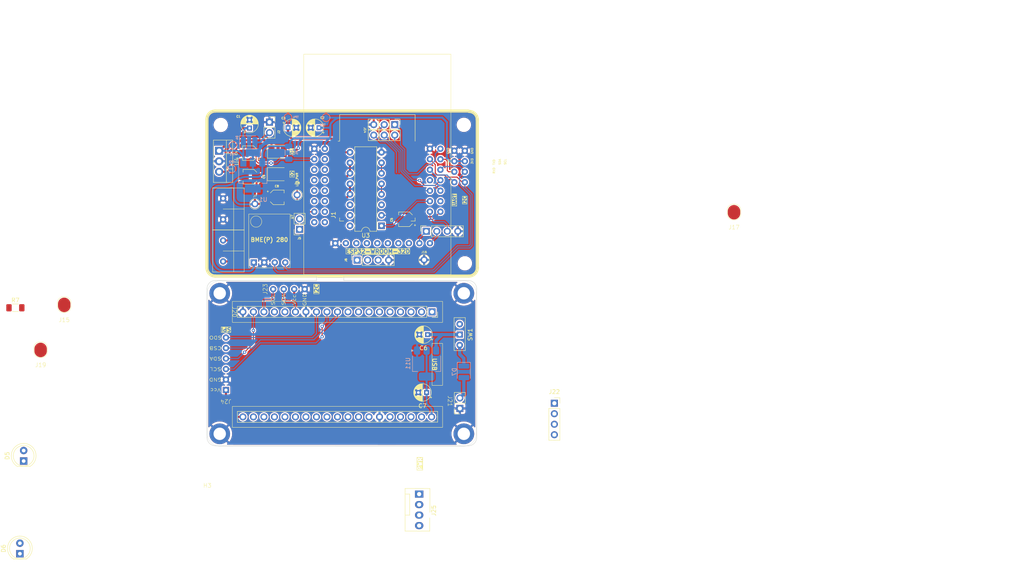
<source format=kicad_pcb>
(kicad_pcb (version 20240108) (generator "pcbnew") (generator_version "8.0")
  (layers (0 "F.Cu" signal) (31 "B.Cu" signal) (34 "B.Paste" user) (35 "F.Paste" user) (36 "B.SilkS" user "B.Silkscreen") (37 "F.SilkS" user "F.Silkscreen") (38 "B.Mask" user) (39 "F.Mask" user) (44 "Edge.Cuts" user))
  (net 0 "")
  (net 1 "GND")
  (net 2 "+3V3")
  (net 3 "+5V")
  (net 4 "/RXD")
  (net 5 "/TXD")
  (net 6 "/SDA")
  (net 7 "/GPIO_33")
  (net 8 "/SCL")
  (net 9 "/OUT3")
  (net 10 "/EN")
  (net 11 "/SOURCE2")
  (net 12 "/SOURCE1")
  (net 13 "/SOURCE3")
  (net 14 "/VDC")
  (net 15 "/DAC1")
  (net 16 "/DAC2")
  (net 17 "/GPIO39")
  (net 18 "/GPIO19")
  (net 19 "/GPIO17")
  (net 20 "/GPIO5")
  (net 21 "/GPIO18")
  (net 22 "/SD_DATA0")
  (net 23 "/ADC2_CH3")
  (net 24 "/SD_DATA3")
  (net 25 "/SD_CMD")
  (net 26 "/SD_CLK")
  (net 27 "/SD_DATA2")
  (net 28 "/SD_DATA1")
  (net 29 "/ADC2_CH0")
  (net 30 "/GPIO23")
  (net 31 "/GPIO36")
  (net 32 "/ADC2_CH2")
  (net 33 "/BOOT")
  (net 34 "/GPIO13")
  (net 35 "/SOURCE4")
  (net 36 "/SOURCE5")
  (net 37 "/SIPO_DATA")
  (net 38 "/SIPO_CLK")
  (net 39 "/SIPO_LATCH")
  (net 40 "/GPIO14")
  (net 41 "/OUT1")
  (net 42 "/VIN")
  (net 43 "Net-(D5-Pad1)")
  (net 44 "Net-(J15-Pin_1)")
  (net 45 "Net-(J19-Pin_1)")
  (net 46 "/OUT2")
  (net 58 "/ESP32-WROOM-32U Node/VIN")
  (net 63 "/ESP32-WROOM-32U Node/VDC")
  (net 74 "/ESP32-WROOM-32U Node/SPI-SDO")
  (net 75 "/ESP32-WROOM-32U Node/TX")
  (net 76 "Net-(D7-A)")
  (net 77 "/ESP32-WROOM-32U Node/SDA-2")
  (net 78 "/ESP32-WROOM-32U Node/SPI-CSB")
  (net 79 "/ESP32-WROOM-32U Node/SPI-SCL")
  (net 80 "/ESP32-WROOM-32U Node/SCL-2")
  (net 81 "/ESP32-WROOM-32U Node/RX")
  (net 82 "/ESP32-WROOM-32U Node/SPI-SDA")
  (net 84 "/ESP32-WROOM-32U Node/12V")
  (net 88 "/I5")
  (net 89 "/I2")
  (net 90 "/I1")
  (footprint "Capacitor_THT:CP_Radial_D4.0mm_P2.00mm" (layer "F.Cu") (at 107 44.2 180)
    (property "Reference" "C2")
    (property "Value" "1uF")
  )
  (footprint "LED_SMD:LED_1210_3225Metric_Pad1.42x2.65mm_HandSolder" (layer "F.Cu") (at 97 55.45)
    (property "Reference" "D2")
    (property "Value" "STATUS")
  )
  (footprint "Alexander Footprint Library:Board_65-40" (layer "F.Cu") (at 80 131.25)
    (property "Reference" "H3")
    (property "Value" "Project_Box_Board_65x40")
    (fp_line (start 0 -13) (end 0 -47) (stroke (width 0.05)) (layer "Edge.Cuts"))
    (fp_line (start 3 -50) (end 62 -50) (stroke (width 0.05)) (layer "Edge.Cuts"))
    (fp_line (start 62 -10) (end 3 -10) (stroke (width 0.05)) (layer "Edge.Cuts"))
    (fp_line (start 65 -47) (end 65 -13) (stroke (width 0.05)) (layer "Edge.Cuts"))
    (fp_arc (start 0 -47) (mid 0.87868 -49.12132) (end 3 -50) (stroke (width 0.05)) (layer "Edge.Cuts"))
    (fp_arc (start 3 -10) (mid 0.87868 -10.87868) (end 0 -13) (stroke (width 0.05)) (layer "Edge.Cuts"))
    (fp_arc (start 62 -50) (mid 64.12132 -49.12132) (end 65 -47) (stroke (width 0.05)) (layer "Edge.Cuts"))
    (fp_arc (start 65 -13) (mid 64.12132 -10.87868) (end 62 -10) (stroke (width 0.05)) (layer "Edge.Cuts"))
  )
  (footprint "Capacitor_SMD:CP_Elec_3x5.3" (layer "F.Cu") (at 90.3 50.35 180)
    (property "Reference" "C4")
    (property "Value" "0.1uF")
  )
  (footprint "Resistor_SMD:R_1206_3216Metric_Pad1.30x1.75mm_HandSolder" (layer "F.Cu") (at 33.612 87.7585)
    (property "Reference" "R7")
    (property "Value" "4K7")
  )
  (footprint "LED_THT:LED_D5.0mm" (layer "F.Cu") (at 34.7 147.25 90)
    (property "Reference" "D6")
    (property "Value" "LED_STATUS")
  )
  (footprint "Connector_PinSocket_2.54mm:PinSocket_1x04_P2.54mm_Vertical" (layer "F.Cu") (at 163.88 110.85)
    (property "Reference" "J22")
    (property "Value" "PWR_SATA_Conn_01x04")
  )
  (footprint "Alexander Footprint Library:Pad_1x01_P2.54_SMD" (layer "F.Cu") (at 39.712 102.098)
    (property "Reference" "J19")
    (property "Value" "LED_PWR")
  )
  (footprint "Alexanddr Footprints Library:ESP32-WROOM-Adapter-Socket-2" (layer "F.Cu") (at 121.1 56.9025)
    (property "Reference" "J1")
    (property "Value" "~")
  )
  (footprint "Alexander Footprint Library:Pad_1x01_P2.54_SMD" (layer "F.Cu") (at 45.412 91.198)
    (property "Reference" "J15")
    (property "Value" "LED_PWR")
  )
  (footprint "MountingHole:MountingHole_3mm" (layer "F.Cu") (at 142 43.5)
    (property "Reference" "H1" (hide yes))
    (property "Value" "MountingHole_Pad")
  )
  (footprint "MountingHole:MountingHole_3mm" (layer "F.Cu") (at 83.25 43.53)
    (property "Reference" "H2" (hide yes))
    (property "Value" "MountingHole_Pad")
  )
  (footprint "Alexander Footprints Library:Conn_Terminal_5mm" (layer "F.Cu") (at 83.82 53.69)
    (property "Reference" "J9" (hide yes))
    (property "Value" "Conn_01x02_Socket")
  )
  (footprint "Alexander Footprint Library:Pad_1x01_P2.54_SMD" (layer "F.Cu") (at 207.3 68.7895)
    (property "Reference" "J17")
    (property "Value" "GND")
  )
  (footprint "Connector:FanPinHeader_1x04_P2.54mm_Vertical" (layer "F.Cu") (at 131.2 132.83 -90)
    (property "Reference" "J25")
    (property "Value" "Conn_01x04_Pin")
  )
  (footprint "Capacitor_SMD:CP_Elec_3x5.3" (layer "F.Cu") (at 90.4 56.05 180)
    (property "Reference" "C9")
    (property "Value" "0.1uF")
  )
  (footprint "Capacitor_THT:CP_Radial_D4.0mm_P2.00mm" (layer "F.Cu") (at 133.25 94.25 180)
    (property "Reference" "C6")
    (property "Value" "1uF")
  )
  (footprint "Alexander Footprint Library:PinSocket_1x01_P2.54" (layer "F.Cu") (at 91.5 65.19)
    (property "Reference" "J7")
    (property "Value" "LED_PWR")
  )
  (footprint "Alexander Footprint Library:Conn_SPI" (layer "F.Cu") (at 84.5 112.74 180)
    (property "Reference" "J24")
    (property "Value" "~")
  )
  (footprint "Connector_PinSocket_2.54mm:PinSocket_1x02_P2.54mm_Vertical" (layer "F.Cu") (at 95.025 42.85)
    (property "Reference" "J2")
    (property "Value" "PWR")
  )
  (footprint "Connector_PinSocket_2.54mm:PinSocket_1x04_P2.54mm_Vertical" (layer "F.Cu") (at 116.2 76.225 90)
    (property "Reference" "J6")
    (property "Value" "SOURCE")
  )
  (footprint "Package_DIP:DIP-16_W7.62mm" (layer "F.Cu") (at 122.1 67.925 180)
    (property "Reference" "U3")
    (property "Value" "ULN2003")
  )
  (footprint "Connector_PinSocket_2.54mm:PinSocket_1x04_P2.54mm_Vertical" (layer "F.Cu") (at 132.92 69.25 90)
    (property "Reference" "J10" (hide yes))
    (property "Value" "ADC")
  )
  (footprint "Capacitor_SMD:CP_Elec_3x5.3" (layer "F.Cu") (at 128 66.35 180)
    (property "Reference" "C5")
    (property "Value" "0.1uF")
  )
  (footprint "Alexander Footprint Library:PinSocket_1x02_P2.54" (layer "F.Cu") (at 142.25 107 180)
    (property "Reference" "J21")
    (property "Value" "PWR")
  )
  (footprint "Capacitor_THT:CP_Radial_D4.0mm_P2.00mm" (layer "F.Cu") (at 99.5 44.2)
    (property "Reference" "C3")
    (property "Value" "1uF")
  )
  (footprint "Alexander Footprint Library:Conn_ESP32_WROOM-DevKit-38pins" (layer "F.Cu") (at 86.06 88.75 -90)
    (property "Reference" "J20")
    (property "Value" "~")
  )
  (footprint "Capacitor_SMD:CP_Elec_3x5.3" (layer "F.Cu") (at 96.8 61.05)
    (property "Reference" "C8")
    (property "Value" "10uF")
  )
  (footprint "Alexander Footprint Library:PinSocket_1x01_P2.54" (layer "F.Cu") (at 101.7 63.02)
    (property "Reference" "J18")
    (property "Value" "LED_PWR")
  )
  (footprint "Alexander Footprint Library:Conn_I2C" (layer "F.Cu") (at 111.16 83.25 -90)
    (property "Reference" "J23")
    (property "Value" "I2C")
  )
  (footprint "Connector_PinSocket_2.54mm:PinSocket_1x02_P2.54mm_Vertical" (layer "F.Cu") (at 102.3 68.79 180)
    (property "Reference" "J5")
    (property "Value" "DAC")
  )
  (footprint "Alexander Footprint Library:CONN_2x3" (layer "F.Cu") (at 130.38 43.45 -90)
    (property "Reference" "J14")
    (property "Value" "GPIO")
  )
  (footprint "Alexander Footprints Library:Conn_UART" (layer "F.Cu") (at 139.7 42.15)
    (property "Reference" "J3" (hide yes))
    (property "Value" "UART")
  )
  (footprint "Alexander Footprint Library:SW_Slide-03_7.3x2.5x2.5_P2.54mm" (layer "F.Cu") (at 141 94.25 -90)
    (property "Reference" "SW1")
    (property "Value" "SW_SPDT")
  )
  (footprint "Alexander Footprint Library:PinSocket_1x01_P2.54" (layer "F.Cu") (at 132.4 78.72)
    (property "Reference" "J16")
    (property "Value" "GND")
  )
  (footprint "Capacitor_THT:CP_Radial_D4.0mm_P2.00mm" (layer "F.Cu") (at 90.2 44.3 90)
    (property "Reference" "C1")
    (property "Value" "1uF")
  )
  (footprint "Alexander Footprint Library:BME280_BMP280_I2C" (layer "F.Cu") (at 90 78.1 90)
    (property "Reference" "U7")
    (property "Value" "BME(P)280")
  )
  (footprint "Capacitor_THT:CP_Radial_D4.0mm_P2.00mm" (layer "F.Cu") (at 133 108.25 180)
    (property "Reference" "C7")
    (property "Value" "1uF")
  )
  (footprint "Alexander Footprint Library:LD1117" (layer "F.Cu") (at 82.855 49.77 -90)
    (property "Reference" "U4")
    (property "Value" "L7805")
  )
  (footprint "Alexander Footprints Library:Conn_I2C" (layer "F.Cu") (at 142.24 42.15)
    (property "Reference" "J4" (hide yes))
    (property "Value" "I2C")
  )
  (footprint "LED_THT:LED_D5.0mm" (layer "F.Cu") (at 35.612 124.8335 90)
    (property "Reference" "D5")
    (property "Value" "LED_PWR")
  )
  (footprint "LED_SMD:LED_1210_3225Metric_Pad1.42x2.65mm_HandSolder" (layer "F.Cu") (at 97 50)
    (property "Reference" "D1")
    (property "Value" "PWR")
  )
  (footprint "MountingHole:MountingHole_3mm" (layer "F.Cu") (at 142.25 77)
    (property "Reference" "H4" (hide yes))
    (property "Value" "MountingHole_Pad")
  )
  (footprint "Alexander Footprints Library:Conn_Terminal_5mm" (layer "F.Cu") (at 83.82 63.85)
    (property "Reference" "J8" (hide yes))
    (property "Value" "Conn_01x02_Socket")
  )
  (footprint "TestPoint:TestPoint_Pad_D1.5mm" (layer "B.Cu") (at 99.5 41.75 180)
    (property "Reference" "TP4")
    (property "Value" "5V")
  )
  (footprint "TestPoint:TestPoint_Pad_D1.5mm" (layer "B.Cu") (at 108.7 41.75 180)
    (property "Reference" "TP3")
    (property "Value" "3V3")
  )
  (footprint "Diode_SMD:D_1210_3225Metric" (layer "B.Cu") (at 142 103.25 -90)
    (property "Reference" "D7")
    (property "Value" "D")
  )
  (footprint "Resistor_SMD:R_1206_3216Metric_Pad1.30x1.75mm_HandSolder" (layer "B.Cu") (at 99.7 50.25 -90)
    (property "Reference" "R1")
    (property "Value" "10K")
  )
  (footprint "Diode_SMD:D_1210_3225Metric" (layer "B.Cu") (at 90.1 47.75)
    (property "Reference" "D4")
    (property "Value" "D")
  )
  (footprint "TestPoint:TestPoint_Pad_D1.5mm" (layer "B.Cu") (at 86.2 48.45 180)
    (property "Reference" "TP1")
    (property "Value" "VIN")
  )
  (footprint "TestPoint:TestPoint_Pad_D1.5mm" (layer "B.Cu") (at 85.9 54.15 180)
    (property "Reference" "TP2")
    (property "Value" "GND")
  )
  (footprint "Package_TO_SOT_SMD:SOT-223-3_TabPin2" (layer "B.Cu") (at 91 55.75 -90)
    (property "Reference" "U1")
    (property "Value" "AMS1117-3V3")
  )
  (footprint "Package_TO_SOT_SMD:SOT-223-3_TabPin2" (layer "B.Cu") (at 133 101.25 -90)
    (property "Reference" "U11")
    (property "Value" "AMS1117-5.0")
  )
  (gr_line (start 145.25 42.11421) (end 145.25 78.085782) (stroke (width 0.75)) (layer "F.SilkS"))
  (gr_line (start 81.914218 40.164218) (end 143.08579 40.164218) (stroke (width 0.75)) (layer "F.SilkS"))
  (gr_arc (start 145.25 78.085782) (mid 144.66422 79.500007) (end 143.25 80.085782) (stroke (width 0.75)) (layer "F.SilkS"))
  (gr_line (start 79.914218 42.11421) (end 79.914218 78.085782) (stroke (width 0.75)) (layer "F.SilkS"))
  (gr_arc (start 81.914218 80.085782) (mid 80.499999 79.500001) (end 79.914218 78.085782) (stroke (width 0.75)) (layer "F.SilkS"))
  (gr_arc (start 143.25 40.25) (mid 144.664214 40.835786) (end 145.25 42.25) (stroke (width 0.75)) (layer "F.SilkS"))
  (gr_arc (start 79.914218 42.164218) (mid 80.499999 40.749999) (end 81.914218 40.164218) (stroke (width 0.75)) (layer "F.SilkS"))
  (gr_line (start 81.914214 80.085782) (end 143.085786 80.085782) (stroke (width 0.75)) (layer "F.SilkS"))
  (gr_line (start 82.014214 80.235786) (end 106.4 80.25) (stroke (width 0.1)) (layer "Edge.Cuts"))
  (gr_line (start 80 42.25) (end 80.014214 78.235786) (stroke (width 0.1)) (layer "Edge.Cuts"))
  (gr_arc (start 79.921321 83.157107) (mid 80.507106 81.742896) (end 81.921321 81.157107) (stroke (width 0.1)) (layer "Edge.Cuts"))
  (gr_line (start 81.921321 121.128679) (end 143.107107 121.142893) (stroke (width 0.1)) (layer "Edge.Cuts"))
  (gr_arc (start 81.921321 121.128679) (mid 80.507101 120.542899) (end 79.921321 119.128679) (stroke (width 0.1)) (layer "Edge.Cuts"))
  (gr_line (start 143.092893 81.157107) (end 113 81.15) (stroke (width 0.1)) (layer "Edge.Cuts"))
  (gr_arc (start 145.107107 119.142893) (mid 144.521321 120.557107) (end 143.107107 121.142893) (stroke (width 0.1)) (layer "Edge.Cuts"))
  (gr_line (start 106.4 81.15) (end 81.921321 81.157107) (stroke (width 0.1)) (layer "Edge.Cuts"))
  (gr_arc (start 143.185786 40.264214) (mid 144.600004 40.849996) (end 145.185786 42.264214) (stroke (width 0.1)) (layer "Edge.Cuts"))
  (gr_line (start 113 80.25) (end 143.185786 80.235786) (stroke (width 0.1)) (layer "Edge.Cuts"))
  (gr_arc (start 82.014214 80.235786) (mid 80.599996 79.650004) (end 80.014214 78.235786) (stroke (width 0.1)) (layer "Edge.Cuts"))
  (gr_line (start 145.185786 42.264214) (end 145.185786 78.235786) (stroke (width 0.1)) (layer "Edge.Cuts"))
  (gr_arc (start 80 42.25) (mid 80.585786 40.835786) (end 82 40.25) (stroke (width 0.1)) (layer "Edge.Cuts"))
  (gr_line (start 145.107107 119.142893) (end 145.092893 83.157107) (stroke (width 0.1)) (layer "Edge.Cuts"))
  (gr_line (start 79.921321 119.128679) (end 79.921321 83.157107) (stroke (width 0.1)) (layer "Edge.Cuts"))
  (gr_line (start 106.4 81.15) (end 106.4 80.25) (stroke (width 0.1)) (layer "Edge.Cuts"))
  (gr_arc (start 145.185786 78.235786) (mid 144.600004 79.650004) (end 143.185786 80.235786) (stroke (width 0.1)) (layer "Edge.Cuts"))
  (gr_arc (start 143.092893 81.157107) (mid 144.507112 81.742888) (end 145.092893 83.157107) (stroke (width 0.1)) (layer "Edge.Cuts"))
  (gr_line (start 113 81.15) (end 113 80.25) (stroke (width 0.1)) (layer "Edge.Cuts"))
  (gr_line (start 143.185786 40.264214) (end 82 40.25) (stroke (width 0.1)) (layer "Edge.Cuts"))
  (gr_text "PWR" (at 132 127.25 90) (layer "F.SilkS" knockout) (effects (font (size 1 1) (thickness 0.25) (bold yes)) (justify left bottom)))
  (segment (start 84.21 66) (end 83.82 66.39) (width 0.5) (layer "F.Cu") (net 1))
  (segment (start 95.5 54.8625) (end 95.5125 54.85) (width 0.25) (layer "F.Cu") (net 1))
  (segment (start 95.5 55.4625) (end 95.5125 55.45) (width 0.25) (layer "F.Cu") (net 1))
  (segment (start 91.5 59.65) (end 91.9 59.25) (width 0.5) (layer "F.Cu") (net 2))
  (segment (start 101.15 50) (end 102 49.15) (width 0.5) (layer "F.Cu") (net 2))
  (segment (start 84.5 107.66) (end 84.5 112.25) (width 0.5) (layer "F.Cu") (net 2))
  (segment (start 87.75 85.75) (end 100 85.75) (width 0.5) (layer "F.Cu") (net 2))
  (segment (start 94.63 62.62) (end 91.5 62.62) (width 0.5) (layer "F.Cu") (net 2))
  (segment (start 101 84.75) (end 101 83.25) (width 0.5) (layer "F.Cu") (net 2))
  (segment (start 88.6 114.15) (end 86.4 114.15) (width 0.5) (layer "F.Cu") (net 2))
  (segment (start 84.5 112.25) (end 85.25 113) (width 0.5) (layer "F.Cu") (net 2))
  (segment (start 91.9 59.25) (end 91.9 56.05) (width 0.5) (layer "F.Cu") (net 2))
  (segment (start 98.4875 50) (end 101.15 50) (width 0.5) (layer "F.Cu") (net 2))
  (segment (start 95.3 61.05) (end 95.3 61.95) (width 0.5) (layer "F.Cu") (net 2))
  (segment (start 95.3 61.95) (end 94.63 62.62) (width 0.5) (layer "F.Cu") (net 2))
  (segment (start 82.25 110) (end 82.25 91.25) (width 0.5) (layer "F.Cu") (net 2))
  (segment (start 91.5 62.62) (end 91.5 59.65) (width 0.5) (layer "F.Cu") (net 2))
  (segment (start 82.25 91.25) (end 87.75 85.75) (width 0.5) (layer "F.Cu") (net 2))
  (segment (start 86.4 114.15) (end 85.25 113) (width 0.5) (layer "F.Cu") (net 2))
  (segment (start 100 85.75) (end 101 84.75) (width 0.5) (layer "F.Cu") (net 2))
  (segment (start 85.25 113) (end 82.25 110) (width 0.5) (layer "F.Cu") (net 2))
  (via (at 102 49.15) (size 0.8) (drill 0.4) (layers "F.Cu" "B.Cu") (net 2))
  (segment (start 96.075 48.7) (end 97.525 48.7) (width 0.5) (layer "B.Cu") (net 2))
  (segment (start 108.4 49.2825) (end 108.4 47.85) (width 0.5) (layer "B.Cu") (net 2))
  (segment (start 109.408578 44.2) (end 107 44.2) (width 0.5) (layer "B.Cu") (net 2))
  (segment (start 109.5 46.75) (end 109.75 46.5) (width 0.5) (layer "B.Cu") (net 2))
  (segment (start 81.3 75.997918) (end 81.3 59.75104) (width 0.5) (layer "B.Cu") (net 2))
  (segment (start 93.3 54.905025) (end 93.3 52.6) (width 0.5) (layer "B.Cu") (net 2))
  (segment (start 100 48.7) (end 100 48.03033) (width 0.5) (layer "B.Cu") (net 2))
  (segment (start 137.9 51.55) (end 138.66 52.31) (width 0.5) (layer "B.Cu") (net 2))
  (segment (start 84.202081 78.9) (end 89.990883 78.9) (width 0.5) (layer "B.Cu") (net 2))
  (segment (start 109.75 45) (end 109.75 44.141421) (width 0.5) (layer "B.Cu") (net 2))
  (segment (start 103 46.75) (end 101.28033 46.75) (width 0.5) (layer "B.Cu") (net 2))
  (segment (start 109.75 43.858578) (end 109.75 44.141421) (width 0.5) (layer "B.Cu") (net 2))
  (segment (start 138.66 52.31) (end 139.7 52.31) (width 0.5) (layer "B.Cu") (net 2))
  (segment (start 139.7 52.31) (end 142.24 52.31) (width 0.5) (layer "B.Cu") (net 2))
  (segment (start 129.1 41.75) (end 136.8 41.75) (width 0.5) (layer "B.Cu") (net 2))
  (segment (start 112.31066 41.75) (end 129.1 41.75) (width 0.5) (layer "B.Cu") (net 2))
  (segment (start 88.207106 62.75) (end 91.5 62.75) (width 0.5) (layer "B.Cu") (net 2))
  (segment (start 86.5 61.042893) (end 86.5 57.5) (width 0.5) (layer "B.Cu") (net 2))
  (segment (start 103 46.75) (end 109.5 46.75) (width 0.5) (layer "B.Cu") (net 2))
  (segment (start 137.9 42.85) (end 137.9 51.55) (width 0.5) (layer "B.Cu") (net 2))
  (segment (start 91.22 77.670883) (end 91.22 76.8) (width 0.5) (layer "B.Cu") (net 2))
  (segment (start 89.455634 56.1) (end 92.105025 56.1) (width 0.5) (layer "B.Cu") (net 2))
  (segment (start 96.075 48.7) (end 95.177817 48.7) (width 0.5) (layer "B.Cu") (net 2))
  (segment (start 136.8 41.75) (end 137.9 42.85) (width 0.5) (layer "B.Cu") (net 2))
  (segment (start 108.4 47.85) (end 109.75 46.5) (width 0.5) (layer "B.Cu") (net 2))
  (segment (start 109.75 46.5) (end 109.75 45) (width 0.5) (layer "B.Cu") (net 2))
  (segment (start 110.015165 42.984834) (end 110.5 42.5) (width 0.5) (layer "B.Cu") (net 2))
  (segment (start 102 47.75) (end 103 46.75) (width 0.5) (layer "B.Cu") (net 2))
  (segment (start 109.75 43.858578) (end 109.75 43.625) (width 0.5) (layer "B.Cu") (net 2))
  (segment (start 93.3 52.6) (end 93.3 50.577817) (width 0.5) (layer "B.Cu") (net 2))
  (segment (start 82.75104 58.3) (end 84.144365 58.3) (width 0.5) (layer "B.Cu") (net 2))
  (segment (start 102 49.15) (end 102 47.75) (width 0.5) (layer "B.Cu") (net 2))
  (segment (start 129.3 41.75) (end 129.1 41.75) (width 0.5) (layer "B.Cu") (net 2))
  (segment (start 108.7 41.75) (end 112.31066 41.75) (width 0.5) (layer "B.Cu") (net 2))
  (segment (start 100 48.7) (end 97.525 48.7) (width 0.5) (layer "B.Cu") (net 2))
  (arc (start 93.3 54.905025) (mid 93.209037 55.362322) (end 92.95 55.75) (width 0.5) (layer "B.Cu") (net 2))
  (arc (start 86.8 57.2) (mid 85.581584 58.014119) (end 84.144365 58.3) (width 0.5) (layer "B.Cu") (net 2))
  (arc (start 89.455634 56.1) (mid 88.018415 56.38588) (end 86.8 57.2) (width 0.5) (layer "B.Cu") (net 2))
  (arc (start 86.5 61.042893) (mid 86.629945 61.696174) (end 87 62.25) (width 0.5) (layer "B.Cu") (net 2))
  (arc (start 82.75104 58.3) (mid 82.195751 58.410453) (end 81.725 58.725) (width 0.5) (layer "B.Cu") (net 2))
  (arc (start 92.95 55.75) (mid 92.562322 56.009037) (end 92.105025 56.1) (width 0.5) (layer "B.Cu") (net 2))
  (arc (start 109.75 43.625) (mid 109.818914 43.278544) (end 110.015165 42.984834) (width 0.5) (layer "B.Cu") (net 2))
  (arc (start 95.177817 48.7) (mid 94.459207 48.84294) (end 93.85 49.25) (width 0.5) (layer "B.Cu") (net 2))
  (arc (start 82.15 78.05) (mid 83.091502 78.679092) (end 84.202081 78.9) (width 0.5) (layer "B.Cu") (net 2))
  (arc (start 109.75 44.141421) (mid 109.713838 44.087301) (end 109.65 44.1) (width 0.5) (layer "B.Cu") (net 2))
  (arc (start 93.85 49.25) (mid 93.44294 49.859207) (end 93.3 50.577817) (width 0.5) (layer "B.Cu") (net 2))
  (arc (start 90.86 78.54) (mid 90.461245 78.806439) (end 89.990883 78.9) (width 0.5) (layer "B.Cu") (net 2))
  (arc (start 109.65 44.1) (mid 109.539234 44.17401) (end 109.408578 44.2) (width 0.5) (layer "B.Cu") (net 2))
  (arc (start 87 62.25) (mid 87.553825 62.620054) (end 88.207106 62.75) (width 0.5) (layer "B.Cu") (net 2))
  (arc (start 81.725 58.725) (mid 81.410453 59.195751) (end 81.3 59.75104) (width 0.5) (layer "B.Cu") (net 2))
  (arc (start 101.28033 46.75) (mid 100.790368 46.847459) (end 100.375 47.125) (width 0.5) (layer "B.Cu") (net 2))
  (arc (start 91.22 77.670883) (mid 91.126439 78.141245) (end 90.86 78.54) (width 0.5) (layer "B.Cu") (net 2))
  (arc (start 110.5 42.5) (mid 111.330737 41.944918) (end 112.31066 41.75) (width 0.5) (layer "B.Cu") (net 2))
  (arc (start 109.65 44.1) (mid 109.72401 43.989234) (end 109.75 43.858578) (width 0.5) (layer "B.Cu") (net 2))
  (arc (start 100.375 47.125) (mid 100.097459 47.540368) (end 100 48.03033) (width 0.5) (layer "B.Cu") (net 2))
  (arc (start 81.3 75.997918) (mid 81.520907 77.108496) (end 82.15 78.05) (width 0.5) (layer "B.Cu") (net 2))
  (segment (start 99.5 45.693413) (end 99.5 44.2) (width 0.5) (layer "F.Cu") (net 3))
  (segment (start 111.2 46.85) (end 100.365867 46.85) (width 0.5) (layer "F.Cu") (net 3))
  (segment (start 98.6375 46.9625) (end 99.2125 46.3875) (width 0.5) (layer "F.Cu") (net 3))
  (segment (start 100.365867 46.85) (end 99.465867 45.95) (width 0.5) (layer "F.Cu") (net 3))
  (segment (start 112 47.65) (end 111.2 46.85) (width 0.5) (layer "F.Cu") (net 3))
  (segment (start 112 49.15) (end 112 47.65) (width 0.5) (layer "F.Cu") (net 3))
  (segment (start 88.1 47.25) (end 97.943413 47.25) (width 0.5) (layer "F.Cu") (net 3))
  (segment (start 84.9 54.85) (end 85.4 54.35) (width 0.5) (layer "F.Cu") (net 3))
  (segment (start 85.4 54.35) (end 85.4 49.95) (width 0.5) (layer "F.Cu") (net 3))
  (segment (start 114.48 50.145) (end 112.995 50.145) (width 0.5) (layer "F.Cu") (net 3))
  (segment (start 112.995 50.145) (end 112 49.15) (width 0.5) (layer "F.Cu") (net 3))
  (segment (start 82.855 54.85) (end 84.9 54.85) (width 0.5) (layer "F.Cu") (net 3))
  (segment (start 85.4 49.95) (end 88.1 47.25) (width 0.5) (layer "F.Cu") (net 3))
  (arc (start 97.943413 47.25) (mid 98.31905 47.175281) (end 98.6375 46.9625) (width 0.5) (layer "F.Cu") (net 3))
  (arc (start 99.5 45.693413) (mid 99.425281 46.06905) (end 99.2125 46.3875) (width 0.5) (layer "F.Cu") (net 3))
  (segment (start 133 98.1) (end 133 104.4) (width 0.5) (layer "B.Cu") (net 3))
  (segment (start 133 108.25) (end 133 104.4) (width 0.5) (layer "B.Cu") (net 3))
  (segment (start 133 111) (end 133 108.25) (width 0.5) (layer "B.Cu") (net 3))
  (segment (start 134.21 114.15) (end 134.21 112.21) (width 0.5) (layer "B.Cu") (net 3))
  (segment (start 134.21 112.21) (end 133 111) (width 0.5) (layer "B.Cu") (net 3))
  (segment (start 99.5 42.25) (end 99.5 44.2) (width 0.25) (layer "B.Cu") (net 3))
  (segment (start 139.7 57.35) (end 139.7 57.39) (width 0.25) (layer "F.Cu") (net 4))
  (segment (start 140.3 57.45) (end 139.3 57.45) (width 0.25) (layer "F.Cu") (net 4))
  (segment (start 139.04 57.39) (end 139.7 57.39) (width 0.25) (layer "F.Cu") (net 4))
  (segment (start 137.96 55.65) (end 139.7 57.39) (width 0.25) (layer "B.Cu") (net 4))
  (segment (start 133.8 54.3625) (end 135.0875 55.65) (width 0.25) (layer "B.Cu") (net 4))
  (segment (start 135.0875 55.65) (end 137.96 55.65) (width 0.25) (layer "B.Cu") (net 4))
  (segment (start 138 52.25) (end 137.5725 51.8225) (width 0.25) (layer "F.Cu") (net 5))
  (segment (start 139.7 54.85) (end 138.3 54.85) (width 0.25) (layer "F.Cu") (net 5))
  (segment (start 137.5725 51.8225) (end 136.34 51.8225) (width 0.25) (layer "F.Cu") (net 5))
  (segment (start 138 54.55) (end 138 52.25) (width 0.25) (layer "F.Cu") (net 5))
  (segment (start 138.3 54.85) (end 138 54.55) (width 0.25) (layer "F.Cu") (net 5))
  (segment (start 139.7 54.85) (end 139.5 54.85) (width 0.25) (layer "F.Cu") (net 5))
  (segment (start 142.24 54.85) (end 142.24 55.51) (width 0.25) (layer "F.Cu") (net 6))
  (segment (start 98.84 76.8) (end 98.84 78.09) (width 0.25) (layer "B.Cu") (net 6))
  (segment (start 141 57.95) (end 141 56.09) (width 0.25) (layer "B.Cu") (net 6))
  (segment (start 140.990501 53.600501) (end 142.24 54.85) (width 0.25) (layer "B.Cu") (net 6))
  (segment (start 136.34 54.3625) (end 137.101999 53.600501) (width 0.25) (layer "B.Cu") (net 6))
  (segment (start 143.281802 72.781802) (end 143.55 72.513604) (width 0.25) (layer "B.Cu") (net 6))
  (segment (start 99.4 78.65) (end 130.7 78.65) (width 0.25) (layer "B.Cu") (net 6))
  (segment (start 130.7 78.65) (end 134.55 78.65) (width 0.25) (layer "B.Cu") (net 6))
  (segment (start 143.55 72.513604) (end 143.55 60.5) (width 0.25) (layer "B.Cu") (net 6))
  (segment (start 143.55 60.5) (end 141 57.95) (width 0.25) (layer "B.Cu") (net 6))
  (segment (start 140.418198 72.781802) (end 143.281802 72.781802) (width 0.25) (layer "B.Cu") (net 6))
  (segment (start 98.84 78.09) (end 99.4 78.65) (width 0.25) (layer "B.Cu") (net 6))
  (segment (start 141 56.09) (end 142.24 54.85) (width 0.25) (layer "B.Cu") (net 6))
  (segment (start 137.101999 53.600501) (end 140.990501 53.600501) (width 0.25) (layer "B.Cu") (net 6))
  (segment (start 134.55 78.65) (end 140.418198 72.781802) (width 0.25) (layer "B.Cu") (net 6))
  (segment (start 135.1 55.15) (end 135.6 55.65) (width 0.25) (layer "F.Cu") (net 8))
  (segment (start 133.8 51.8225) (end 135.1 53.1225) (width 0.25) (layer "F.Cu") (net 8))
  (segment (start 141.603604 57.39) (end 142.24 57.39) (width 0.25) (layer "F.Cu") (net 8))
  (segment (start 137.3 55.65) (end 137.8 56.15) (width 0.25) (layer "F.Cu") (net 8))
  (segment (start 135.1 53.1225) (end 135.1 55.15) (width 0.25) (layer "F.Cu") (net 8))
  (segment (start 135.6 55.65) (end 137.3 55.65) (width 0.25) (layer "F.Cu") (net 8))
  (segment (start 140.363604 56.15) (end 141.603604 57.39) (width 0.25) (layer "F.Cu") (net 8))
  (segment (start 137.8 56.15) (end 140.363604 56.15) (width 0.25) (layer "F.Cu") (net 8))
  (segment (start 142.24 58.553604) (end 142.24 57.39) (width 0.25) (layer "B.Cu") (net 8))
  (segment (start 144 72.7) (end 144 60.313604) (width 0.25) (layer "B.Cu") (net 8))
  (segment (start 134.8 79.1) (end 140.6 73.3) (width 0.25) (layer "B.Cu") (net 8))
  (segment (start 140.6 73.3) (end 143.4 73.3) (width 0.25) (layer "B.Cu") (net 8))
  (segment (start 96.3 76.8) (end 96.3 78.45) (width 0.25) (layer "B.Cu") (net 8))
  (segment (start 143.4 73.3) (end 144 72.7) (width 0.25) (layer "B.Cu") (net 8))
  (segment (start 96.3 78.45) (end 96.95 79.1) (width 0.25) (layer "B.Cu") (net 8))
  (segment (start 144 60.313604) (end 142.24 58.553604) (width 0.25) (layer "B.Cu") (net 8))
  (segment (start 96.95 79.1) (end 134.8 79.1) (width 0.25) (layer "B.Cu") (net 8))
  (segment (start 92.3 52.75) (end 91.8 52.25) (width 0.25) (layer "F.Cu") (net 10))
  (segment (start 91.8 52.25) (end 91.8 50.35) (width 0.25) (layer "F.Cu") (net 10))
  (segment (start 95.4 52.75) (end 92.3 52.75) (width 0.25) (layer "F.Cu") (net 10))
  (via (at 95.4 52.75) (size 0.8) (drill 0.4) (layers "F.Cu" "B.Cu") (net 10))
  (segment (start 95.4 52.75) (end 96.7 52.75) (width 0.25) (layer "B.Cu") (net 10))
  (segment (start 101.4 51.8) (end 101.45 51.8) (width 0.25) (layer "B.Cu") (net 10))
  (segment (start 105.86 51.8225) (end 101.4225 51.8225) (width 0.25) (layer "B.Cu") (net 10))
  (segment (start 99.7 51.8) (end 101.4 51.8) (width 0.25) (layer "B.Cu") (net 10))
  (segment (start 97.65 51.8) (end 99.7 51.8) (width 0.25) (layer "B.Cu") (net 10))
  (segment (start 101.4225 51.8225) (end 101.4 51.8) (width 0.25) (layer "B.Cu") (net 10))
  (segment (start 96.7 52.75) (end 97.65 51.8) (width 0.25) (layer "B.Cu") (net 10))
  (segment (start 111.2 66.85) (end 111.2 58.505) (width 0.5) (layer "F.Cu") (net 11))
  (segment (start 111.2 58.505) (end 114.48 55.225) (width 0.5) (layer "F.Cu") (net 11))
  (segment (start 83.82 71.47) (end 86.37 71.47) (width 0.5) (layer "F.Cu") (net 11))
  (segment (start 114.48 55.225) (end 114.48 52.685) (width 0.5) (layer "F.Cu") (net 11))
  (segment (start 86.37 71.47) (end 88 73.1) (width 0.5) (layer "F.Cu") (net 11))
  (segment (start 104.95 73.1) (end 111.2 66.85) (width 0.5) (layer "F.Cu") (net 11))
  (segment (start 88 73.1) (end 104.95 73.1) (width 0.5) (layer "F.Cu") (net 11))
  (segment (start 83.82 76.55) (end 86.275 76.55) (width 0.5) (layer "F.Cu") (net 12))
  (segment (start 104.8 74.75) (end 112.2 67.35) (width 0.5) (layer "F.Cu") (net 12))
  (segment (start 112.2 62.585) (end 114.48 60.305) (width 0.5) (layer "F.Cu") (net 12))
  (segment (start 86.275 76.55) (end 88.075 74.75) (width 0.5) (layer "F.Cu") (net 12))
  (segment (start 114.48 60.305) (end 114.48 57.765) (width 0.5) (layer "F.Cu") (net 12))
  (segment (start 112.2 67.35) (end 112.2 62.585) (width 0.5) (layer "F.Cu") (net 12))
  (segment (start 88.075 74.75) (end 104.8 74.75) (width 0.5) (layer "F.Cu") (net 12))
  (segment (start 95.025 45.425) (end 92.7 47.75) (width 0.5) (layer "B.Cu") (net 14))
  (segment (start 92.7 47.75) (end 91.5 47.75) (width 0.5) (layer "B.Cu") (net 14))
  (segment (start 95.025 45.39) (end 95.025 45.425) (width 0.5) (layer "B.Cu") (net 14))
  (segment (start 132.5 58.15) (end 135.0925 58.15) (width 0.25) (layer "F.Cu") (net 18))
  (segment (start 131.3 56.95) (end 132.5 58.15) (width 0.25) (layer "F.Cu") (net 18))
  (segment (start 135.0925 58.15) (end 136.34 56.9025) (width 0.25) (layer "F.Cu") (net 18))
  (via (at 131.3 56.95) (size 0.8) (drill 0.4) (layers "F.Cu" "B.Cu") (net 18))
  (segment (start 129.636396 56.95) (end 127.25 54.563604) (width 0.25) (layer "B.Cu") (net 18))
  (segment (start 127.25 49.7) (end 125.3 47.75) (width 0.25) (layer "B.Cu") (net 18))
  (segment (start 125.3 47.75) (end 125.3 45.99) (width 0.25) (layer "B.Cu") (net 18))
  (segment (start 127.25 54.563604) (end 127.25 49.7) (width 0.25) (layer "B.Cu") (net 18))
  (segment (start 131.3 56.95) (end 129.636396 56.95) (width 0.25) (layer "B.Cu") (net 18))
  (segment (start 123.255812 47.615) (end 121.865 47.615) (width 0.25) (layer "B.Cu") (net 19))
  (segment (start 124.725 67.925) (end 130.6675 61.9825) (width 0.25) (layer "B.Cu") (net 19))
  (segment (start 122.1 67.925) (end 124.725 67.925) (width 0.25) (layer "B.Cu") (net 19))
  (segment (start 121.865 47.615) (end 120.24 45.99) (width 0.25) (layer "B.Cu") (net 19))
  (segment (start 125.7 50.059188) (end 123.255812 47.615) (width 0.25) (layer "B.Cu") (net 19))
  (segment (start 125.7 55.05) (end 125.7 50.059188) (width 0.25) (layer "B.Cu") (net 19))
  (segment (start 130.6675 61.9825) (end 133.8 61.9825) (width 0.25) (layer "B.Cu") (net 19))
  (segment (start 120.24 45.99) (end 120.22 45.99) (width 0.25) (layer "B.Cu") (net 19))
  (segment (start 130.2 58.15) (end 135.0475 58.15) (width 0.25) (layer "B.Cu") (net 20))
  (segment (start 126.8 54.75) (end 130.2 58.15) (width 0.25) (layer "B.Cu") (net 20))
  (segment (start 122.903604 45.99) (end 126.8 49.886396) (width 0.25) (layer "B.Cu") (net 20))
  (segment (start 135.0475 58.15) (end 136.34 59.4425) (width 0.25) (layer "B.Cu") (net 20))
  (segment (start 122.76 45.99) (end 122.903604 45.99) (width 0.25) (layer "B.Cu") (net 20))
  (segment (start 126.8 49.886396) (end 126.8 54.75) (width 0.25) (layer "B.Cu") (net 20))
  (segment (start 126.628604 65.385) (end 132.571104 59.4425) (width 0.25) (layer "B.Cu") (net 21))
  (segment (start 126.35 55.063604) (end 126.35 50.072792) (width 0.25) (layer "B.Cu") (net 21))
  (segment (start 122.1 65.385) (end 126.628604 65.385) (width 0.25) (layer "B.Cu") (net 21))
  (segment (start 126.35 50.072792) (end 123.442208 47.165) (width 0.25) (layer "B.Cu") (net 21))
  (segment (start 123.442208 47.165) (end 122.051396 47.165) (width 0.25) (layer "B.Cu") (net 21))
  (segment (start 121.5 46.613604) (end 121.5 44.71) (width 0.25) (layer "B.Cu") (net 21))
  (segment (start 121.5 44.71) (end 122.76 43.45) (width 0.25) (layer "B.Cu") (net 21))
  (segment (start 122.051396 47.165) (end 121.5 46.613604) (width 0.25) (layer "B.Cu") (net 21))
  (segment (start 132.571104 59.4425) (end 133.8 59.4425) (width 0.25) (layer "B.Cu") (net 21))
  (segment (start 131.26 70.91) (end 132.92 69.25) (width 0.25) (layer "B.Cu") (net 23))
  (segment (start 131.26 72.1425) (end 131.26 70.91) (width 0.25) (layer "B.Cu") (net 23))
  (segment (start 137.3 66.95) (end 134.8 66.95) (width 0.25) (layer "B.Cu") (net 29))
  (segment (start 138 69.25) (end 138 67.65) (width 0.25) (layer "B.Cu") (net 29))
  (segment (start 138 67.65) (end 137.3 66.95) (width 0.25) (layer "B.Cu") (net 29))
  (segment (start 134.8 66.95) (end 133.8 65.95) (width 0.25) (layer "B.Cu") (net 29))
  (segment (start 133.8 65.95) (end 133.8 64.5225) (width 0.25) (layer "B.Cu") (net 29))
  (segment (start 128.672792 55.35) (end 130.8 55.35) (width 0.25) (layer "B.Cu") (net 30))
  (segment (start 126.7 44.85) (end 126.7 48.45) (width 0.25) (layer "B.Cu") (net 30))
  (segment (start 126.7 48.45) (end 127.7 49.45) (width 0.25) (layer "B.Cu") (net 30))
  (segment (start 125.3 43.45) (end 126.7 44.85) (width 0.25) (layer "B.Cu") (net 30))
  (segment (start 135.1 50.5225) (end 136.34 49.2825) (width 0.25) (layer "B.Cu") (net 30))
  (segment (start 133 53.15) (end 134.1 53.15) (width 0.25) (layer "B.Cu") (net 30))
  (segment (start 127.7 49.45) (end 127.7 54.377208) (width 0.25) (layer "B.Cu") (net 30))
  (segment (start 130.8 55.35) (end 133 53.15) (width 0.25) (layer "B.Cu") (net 30))
  (segment (start 127.7 54.377208) (end 128.672792 55.35) (width 0.25) (layer "B.Cu") (net 30))
  (segment (start 135.1 52.15) (end 135.1 50.5225) (width 0.25) (layer "B.Cu") (net 30))
  (segment (start 134.1 53.15) (end 135.1 52.15) (width 0.25) (layer "B.Cu") (net 30))
  (segment (start 135.46 70.4825) (end 133.8 72.1425) (width 0.25) (layer "B.Cu") (net 32))
  (segment (start 135.46 69.25) (end 135.46 70.4825) (width 0.25) (layer "B.Cu") (net 32))
  (segment (start 129.5 66.35) (end 134.5125 66.35) (width 0.25) (layer "F.Cu") (net 33))
  (segment (start 134.5125 66.35) (end 136.34 64.5225) (width 0.25) (layer "F.Cu") (net 33))
  (segment (start 101.7 56.05) (end 101.7 62.65) (width 0.25) (layer "F.Cu") (net 40))
  (segment (start 101.7 62.65) (end 103.6 64.55) (width 0.25) (layer "F.Cu") (net 40))
  (segment (start 105.8325 64.55) (end 105.86 64.5225) (width 0.25) (layer "F.Cu") (net 40))
  (segment (start 98.4875 55.45) (end 101.1 55.45) (width 0.25) (layer "F.Cu") (net 40))
  (segment (start 103.6 64.55) (end 105.8325 64.55) (width 0.25) (layer "F.Cu") (net 40))
  (segment (start 101.1 55.45) (end 101.7 56.05) (width 0.25) (layer "F.Cu") (net 40))
  (segment (start 82.98 49.77) (end 82.855 49.77) (width 0.5) (layer "F.Cu") (net 42))
  (segment (start 90.2 44.3) (end 88.45 44.3) (width 0.5) (layer "F.Cu") (net 42))
  (segment (start 88.45 44.3) (end 82.98 49.77) (width 0.5) (layer "F.Cu") (net 42))
  (segment (start 88.7 50.546446) (end 88.7 51.253553) (width 0.5) (layer "B.Cu") (net 42))
  (segment (start 88.7 45.153553) (end 88.7 47.4) (width 0.5) (layer "B.Cu") (net 42))
  (segment (start 86.2 49.11) (end 86.2 48.45) (width 0.25) (layer "B.Cu") (net 42))
  (segment (start 88.45 50.65) (end 88.2 50.4) (width 0.5) (layer "B.Cu") (net 42))
  (segment (start 88.7 50.546446) (end 88.7 47.4) (width 0.5) (layer "B.Cu") (net 42))
  (segment (start 88.45 50.65) (end 88.054368 50.254368) (width 0.5) (layer "B.Cu") (net 42))
  (segment (start 89.553553 44.3) (end 90.2 44.3) (width 0.5) (layer "B.Cu") (net 42))
  (segment (start 88.7 51.253553) (end 88.7 52.6) (width 0.5) (layer "B.Cu") (net 42))
  (segment (start 86.86 49.77) (end 85.54 49.77) (width 0.5) (layer "B.Cu") (net 42))
  (segment (start 86.885 49.77) (end 86.86 49.77) (width 0.5) (layer "B.Cu") (net 42))
  (segment (start 85.54 49.77) (end 82.855 49.77) (width 0.5) (layer "B.Cu") (net 42))
  (arc (start 89.553553 44.3) (mid 89.226912 44.364972) (end 88.95 44.55) (width 0.5) (layer "B.Cu") (net 42))
  (arc (start 86.2 49.11) (mid 86.393309 49.57669) (end 86.86 49.77) (width 0.25) (layer "B.Cu") (net 42))
  (arc (start 88.7 51.253553) (mid 88.635027 50.926912) (end 88.45 50.65) (width 0.5) (layer "B.Cu") (net 42))
  (arc (start 88.45 50.65) (mid 88.45 50.65) (end 88.45 50.65) (width 0.5) (layer "B.Cu") (net 42))
  (arc (start 88.45 50.65) (mid 88.609596 50.681745) (end 88.7 50.546446) (width 0.5) (layer "B.Cu") (net 42))
  (arc (start 88.054368 50.254368) (mid 87.517857 49.895883) (end 86.885 49.77) (width 0.5) (layer "B.Cu") (net 42))
  (arc (start 88.95 44.55) (mid 88.764972 44.826912) (end 88.7 45.153553) (width 0.5) (layer "B.Cu") (net 42))
  (segment (start 141 94.25) (end 136.75 94.25) (width 0.8) (layer "B.Cu") (net 58))
  (segment (start 136.75 94.25) (end 133.25 94.25) (width 0.8) (layer "B.Cu") (net 58))
  (segment (start 135.3 98.1) (end 135.3 95.7) (width 0.8) (layer "B.Cu") (net 58))
  (segment (start 135.3 95.7) (end 136.75 94.25) (width 0.8) (layer "B.Cu") (net 58))
  (segment (start 141 99) (end 142 100) (width 0.8) (layer "B.Cu") (net 63))
  (segment (start 142 100) (end 142 101.85) (width 0.8) (layer "B.Cu") (net 63))
  (segment (start 141 96.79) (end 141 99) (width 0.8) (layer "B.Cu") (net 63))
  (segment (start 105.415 94.96) (end 106.38 93.995) (width 0.25) (layer "B.Cu") (net 74))
  (segment (start 106.38 93.995) (end 106.38 88.75) (width 0.25) (layer "B.Cu") (net 74))
  (segment (start 84.5 94.96) (end 105.415 94.96) (width 0.25) (layer "B.Cu") (net 74))
  (segment (start 141.04 109.57) (end 142 108.61) (width 0.8) (layer "B.Cu") (net 76))
  (segment (start 142 108.61) (end 142 104.65) (width 0.8) (layer "B.Cu") (net 76))
  (segment (start 101.3 86.8) (end 100.75 86.25) (width 0.25) (layer "B.Cu") (net 77))
  (segment (start 99 86.25) (end 98.46 85.71) (width 0.25) (layer "B.Cu") (net 77))
  (segment (start 98.46 85.71) (end 98.46 83.25) (width 0.25) (layer "B.Cu") (net 77))
  (segment (start 100.75 86.25) (end 99 86.25) (width 0.25) (layer "B.Cu") (net 77))
  (segment (start 101.3 88.75) (end 101.3 86.8) (width 0.25) (layer "B.Cu") (net 77))
  (segment (start 90.863604 97.5) (end 92.863604 95.5) (width 0.25) (layer "B.Cu") (net 78))
  (segment (start 92.863604 95.5) (end 105.75 95.5) (width 0.25) (layer "B.Cu") (net 78))
  (segment (start 105.75 95.5) (end 111.46 89.79) (width 0.25) (layer "B.Cu") (net 78))
  (segment (start 84.5 97.5) (end 90.863604 97.5) (width 0.25) (layer "B.Cu") (net 78))
  (segment (start 111.46 89.79) (end 111.46 88.75) (width 0.25) (layer "B.Cu") (net 78))
  (segment (start 107.75 92.25) (end 107.75 94.75) (width 0.25) (layer "F.Cu") (net 79))
  (via (at 107.75 92.25) (size 0.8) (drill 0.4) (layers "F.Cu" "B.Cu") (net 79))
  (via (at 107.75 94.75) (size 0.8) (drill 0.4) (layers "F.Cu" "B.Cu") (net 79))
  (segment (start 86.42 102.58) (end 92.75 96.25) (width 0.25) (layer "B.Cu") (net 79))
  (segment (start 106.25 96.25) (end 107.75 94.75) (width 0.25) (layer "B.Cu") (net 79))
  (segment (start 108.92 88.75) (end 108.92 91.08) (width 0.25) (layer "B.Cu") (net 79))
  (segment (start 92.75 96.25) (end 106.25 96.25) (width 0.25) (layer "B.Cu") (net 79))
  (segment (start 84.5 102.58) (end 86.42 102.58) (width 0.25) (layer "B.Cu") (net 79))
  (segment (start 108.92 91.08) (end 107.75 92.25) (width 0.25) (layer "B.Cu") (net 79))
  (segment (start 94 85.75) (end 95.25 85.75) (width 0.25) (layer "B.Cu") (net 80))
  (segment (start 93.68 86.07) (end 94 85.75) (width 0.25) (layer "B.Cu") (net 80))
  (segment (start 95.25 85.75) (end 95.92 85.08) (width 0.25) (layer "B.Cu") (net 80))
  (segment (start 93.68 88.75) (end 93.68 86.07) (width 0.25) (layer "B.Cu") (net 80))
  (segment (start 95.92 85.08) (end 95.92 83.25) (width 0.25) (layer "B.Cu") (net 80))
  (segment (start 91.14 93.25) (end 91.14 96.36) (width 0.25) (layer "F.Cu") (net 82))
  (segment (start 91.14 96.36) (end 89 98.5) (width 0.25) (layer "F.Cu") (net 82))
  (via (at 91.14 93.25) (size 0.8) (drill 0.4) (layers "F.Cu" "B.Cu") (net 82))
  (via (at 89 98.5) (size 0.8) (drill 0.4) (layers "F.Cu" "B.Cu") (net 82))
  (segment (start 87.46 100.04) (end 84.5 100.04) (width 0.25) (layer "B.Cu") (net 82))
  (segment (start 91.14 93.25) (end 91.14 88.75) (width 0.25) (layer "B.Cu") (net 82))
  (segment (start 89 98.5) (end 87.46 100.04) (width 0.25) (layer "B.Cu") (net 82))
  (segment (start 122.1 52.685) (end 122.1 55.225) (width 0.25) (layer "F.Cu") (net 89))
  (segment (start 122.1 60.305) (end 122.1 57.765) (width 0.25) (layer "F.Cu") (net 90))
  (zone (net 1) (net_name "GND") (layer "F.Cu") (priority 1) (connect_pads (clearance 0)) (min_thickness 0.25) (fill yes (thermal_gap 0.5) (thermal_bridge_width 0.5))
    (polygon (pts (xy 80 40.25) (xy 80.3 80.35) (xy 145.55 80.35) (xy 145.25 40.25)))
  )
  (zone (net 1) (net_name "GND") (layer "F.Cu") (priority 2) (connect_pads (clearance 0)) (min_thickness 0.25) (fill yes (thermal_gap 0.5) (thermal_bridge_width 0.5))
    (polygon (pts (xy 79.8 121.45) (xy 145.7 121.45) (xy 145.2 80.95) (xy 79.5 80.95)))
  )
  (zone (net 1) (net_name "GND") (layer "B.Cu") (connect_pads (clearance 0)) (min_thickness 0.25) (fill yes (thermal_gap 0.5) (thermal_bridge_width 0.5))
    (polygon (pts (xy 80 40.25) (xy 145.2 40.25) (xy 145.4 80.45) (xy 80.2 80.45)))
  )
  (zone (net 1) (net_name "GND") (layer "B.Cu") (priority 3) (connect_pads (clearance 0)) (min_thickness 0.25) (fill yes (thermal_gap 0.5) (thermal_bridge_width 0.5))
    (polygon (pts (xy 145.6 121.45) (xy 145.2 80.95) (xy 79.5 80.95) (xy 79.7 121.45)))
  )
)
</source>
